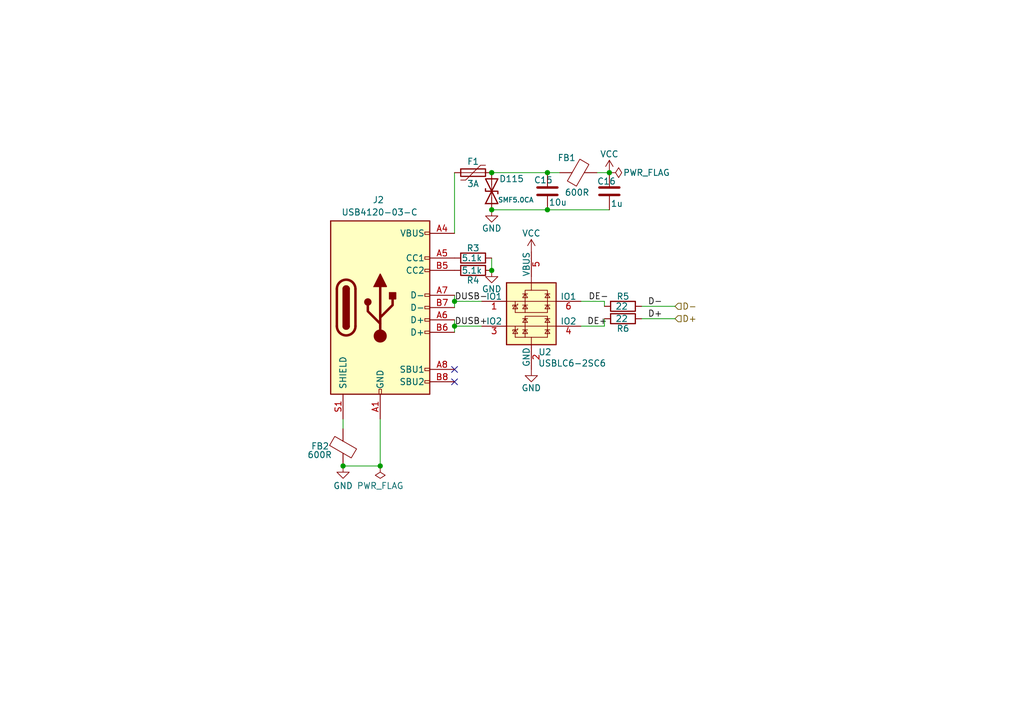
<source format=kicad_sch>
(kicad_sch (version 20210621) (generator eeschema)
  (paper "A5")
  (title_block (title "USB") (date "2021-11-01") (rev "1.0") (company "0xCB") (comment 1 "Conor Burns"))
  (lib_symbols
    (symbol "0xcb:USBLC6-2SC6" (pin_names (offset 0))
      (property "Reference" "U" (at -7.62 8.89 0))
      (property "Value" "USBLC6-2SC6" (at 7.62 7.62 0))
      (symbol "USBLC6-2SC6_0_1"
        (rectangle (start -5.08 -6.35) (end 5.08 6.35) (stroke (width 0.254)) (fill (type background)))
        (polyline (pts (xy -5.08 -2.54) (xy 5.08 -2.54)))
        (polyline (pts (xy 5.08 2.54) (xy -5.08 2.54)))
      )
      (symbol "USBLC6-2SC6_1_1"
        (polyline (pts (xy 0 4.826) (xy 0 7.62)))
        (polyline (pts (xy -3.302 -4.826) (xy -1.27 -4.826) (xy -1.27 -4.826)))
        (polyline (pts (xy -3.302 -3.302) (xy -3.302 -2.54) (xy -3.302 -2.54)))
        (polyline (pts (xy -3.302 0.254) (xy -3.302 1.778) (xy -3.302 1.016)))
        (polyline (pts (xy -3.302 0.254) (xy -1.27 0.254) (xy -1.27 0.254)))
        (polyline (pts (xy -3.302 1.778) (xy -3.302 2.54) (xy -3.302 2.54)))
        (polyline (pts (xy -1.778 -3.302) (xy -1.27 -3.302) (xy -0.762 -3.302)))
        (polyline (pts (xy -1.778 -1.016) (xy -1.27 -1.016) (xy -0.762 -1.016)))
        (polyline (pts (xy -1.778 1.778) (xy -1.27 1.778) (xy -0.762 1.778)))
        (polyline (pts (xy -1.778 4.064) (xy -1.27 4.064) (xy -0.762 4.064)))
        (polyline (pts (xy -1.27 -4.826) (xy -1.27 -3.302) (xy -1.27 -4.064)))
        (polyline (pts (xy -1.27 -4.826) (xy 3.302 -4.826) (xy 3.302 -4.826)))
        (polyline (pts (xy -1.27 -1.016) (xy -1.27 -0.508) (xy -1.27 -0.508)))
        (polyline (pts (xy -1.27 -0.508) (xy 3.302 -0.508) (xy 3.302 -0.508)))
        (polyline (pts (xy -1.27 0.254) (xy -1.27 1.778) (xy -1.27 1.016)))
        (polyline (pts (xy -1.27 0.254) (xy 3.302 0.254) (xy 3.302 0.254)))
        (polyline (pts (xy 0 -6.35) (xy 0 -4.826) (xy 0 -4.826)))
        (polyline (pts (xy 2.794 -3.302) (xy 3.302 -3.302) (xy 3.81 -3.302)))
        (polyline (pts (xy 2.794 -1.016) (xy 3.302 -1.016) (xy 3.81 -1.016)))
        (polyline (pts (xy 2.794 1.778) (xy 3.302 1.778) (xy 3.81 1.778)))
        (polyline (pts (xy 2.794 4.064) (xy 3.302 4.064) (xy 3.81 4.064)))
        (polyline (pts (xy 3.302 -1.016) (xy 3.302 -0.508) (xy 3.302 -0.508)))
        (polyline (pts (xy -3.302 -4.826) (xy -3.302 -3.302) (xy -3.302 -4.064) (xy -3.302 -4.064)))
        (polyline (pts (xy 3.302 -4.826) (xy 3.302 -3.302) (xy 3.302 -4.064) (xy 3.302 -4.064)))
        (polyline (pts (xy 3.302 0.254) (xy 3.302 1.778) (xy 3.302 1.016) (xy 3.302 1.016)))
        (polyline (pts (xy -3.302 -3.302) (xy -3.81 -4.064) (xy -2.794 -4.064) (xy -3.302 -3.302) (xy -3.302 -3.302)))
        (polyline (pts (xy -3.302 1.778) (xy -3.81 1.016) (xy -2.794 1.016) (xy -3.302 1.778) (xy -3.302 1.778)))
        (polyline (pts (xy -2.794 -3.048) (xy -2.794 -3.302) (xy -3.81 -3.302) (xy -3.81 -3.556) (xy -3.81 -3.556)))
        (polyline (pts (xy -2.794 2.032) (xy -2.794 1.778) (xy -3.81 1.778) (xy -3.81 1.524) (xy -3.81 1.524)))
        (polyline (pts (xy -1.27 -3.302) (xy -1.778 -4.064) (xy -0.762 -4.064) (xy -1.27 -3.302) (xy -1.27 -3.302)))
        (polyline (pts (xy -1.27 -3.302) (xy -1.27 -1.016) (xy -1.27 -1.778) (xy -1.27 -1.778) (xy -1.27 -1.778)))
        (polyline (pts (xy -1.27 -1.016) (xy -1.778 -1.778) (xy -0.762 -1.778) (xy -1.27 -1.016) (xy -1.27 -1.016)))
        (polyline (pts (xy -1.27 1.778) (xy -1.778 1.016) (xy -0.762 1.016) (xy -1.27 1.778) (xy -1.27 1.778)))
        (polyline (pts (xy -1.27 1.778) (xy -1.27 4.064) (xy -1.27 3.302) (xy -1.27 3.302) (xy -1.27 3.302)))
        (polyline (pts (xy -1.27 4.064) (xy -1.778 3.302) (xy -0.762 3.302) (xy -1.27 4.064) (xy -1.27 4.064)))
        (polyline (pts (xy -1.27 4.064) (xy -1.27 4.826) (xy 3.302 4.826) (xy 3.302 4.064) (xy 3.302 4.064)))
        (polyline (pts (xy 3.302 -3.302) (xy 2.794 -4.064) (xy 3.81 -4.064) (xy 3.302 -3.302) (xy 3.302 -3.302)))
        (polyline (pts (xy 3.302 -3.302) (xy 3.302 -1.016) (xy 3.302 -1.778) (xy 3.302 -1.778) (xy 3.302 -1.778)))
        (polyline (pts (xy 3.302 -1.016) (xy 2.794 -1.778) (xy 3.81 -1.778) (xy 3.302 -1.016) (xy 3.302 -1.016)))
        (polyline (pts (xy 3.302 1.778) (xy 2.794 1.016) (xy 3.81 1.016) (xy 3.302 1.778) (xy 3.302 1.778)))
        (polyline (pts (xy 3.302 1.778) (xy 3.302 4.064) (xy 3.302 3.302) (xy 3.302 3.302) (xy 3.302 3.302)))
        (polyline (pts (xy 3.302 4.064) (xy 2.794 3.302) (xy 3.81 3.302) (xy 3.302 4.064) (xy 3.302 4.064)))
        (pin passive line (at -10.16 2.54 0) (length 5.08) (name "IO1") (number "1"))
        (pin passive line (at 0 -11.43 90) (length 5.08) (name "GND") (number "2"))
        (pin passive line (at -10.16 -2.54 0) (length 5.08) (name "IO2") (number "3"))
        (pin passive line (at 10.16 -2.54 180) (length 5.08) (name "IO2") (number "4"))
        (pin passive line (at 0 12.7 270) (length 5.08) (name "VBUS") (number "5"))
        (pin passive line (at 10.16 2.54 180) (length 5.08) (name "IO1") (number "6"))
      )
    )
    (symbol "Connector:USB_C_Receptacle_USB2.0" (pin_names (offset 1.016))
      (property "Reference" "J" (at -10.16 19.05 0))
      (property "Value" "USB_C_Receptacle_USB2.0" (at 19.05 19.05 0))
      (symbol "USB_C_Receptacle_USB2.0_0_0"
        (rectangle (start -0.254 -17.78) (end 0.254 -16.764))
        (rectangle (start 10.16 -14.986) (end 9.144 -15.494))
        (rectangle (start 10.16 -12.446) (end 9.144 -12.954))
        (rectangle (start 10.16 -4.826) (end 9.144 -5.334))
        (rectangle (start 10.16 -2.286) (end 9.144 -2.794))
        (rectangle (start 10.16 0.254) (end 9.144 -0.254))
        (rectangle (start 10.16 2.794) (end 9.144 2.286))
        (rectangle (start 10.16 7.874) (end 9.144 7.366))
        (rectangle (start 10.16 10.414) (end 9.144 9.906))
        (rectangle (start 10.16 15.494) (end 9.144 14.986))
      )
      (symbol "USB_C_Receptacle_USB2.0_0_1"
        (rectangle (start -10.16 17.78) (end 10.16 -17.78) (stroke (width 0.254)) (fill (type background)))
        (arc (start -8.89 -3.81) (mid -6.985 -5.715) (end -5.08 -3.81) (stroke (width 0.508)))
        (arc (start -7.62 -3.81) (mid -6.985 -4.445) (end -6.35 -3.81) (stroke (width 0.254)))
        (arc (start -7.62 -3.81) (mid -6.985 -4.445) (end -6.35 -3.81) (stroke (width 0.254)) (fill (type outline)))
        (rectangle (start -7.62 -3.81) (end -6.35 3.81) (stroke (width 0.254)) (fill (type outline)))
        (arc (start -6.35 3.81) (mid -6.985 4.445) (end -7.62 3.81) (stroke (width 0.254)))
        (arc (start -6.35 3.81) (mid -6.985 4.445) (end -7.62 3.81) (stroke (width 0.254)) (fill (type outline)))
        (arc (start -5.08 3.81) (mid -6.985 5.715) (end -8.89 3.81) (stroke (width 0.508)))
        (circle (center -2.54 1.143) (radius 0.635) (stroke (width 0.254)) (stroke (width 0.254)) (fill (type outline)))
        (circle (center 0 -5.842) (radius 1.27) (fill (type outline)))
        (polyline (pts (xy -8.89 -3.81) (xy -8.89 3.81)) (stroke (width 0.508)))
        (polyline (pts (xy -5.08 3.81) (xy -5.08 -3.81)) (stroke (width 0.508)))
        (polyline (pts (xy 0 -5.842) (xy 0 4.318)) (stroke (width 0.508)))
        (polyline (pts (xy 0 -3.302) (xy -2.54 -0.762) (xy -2.54 0.508)) (stroke (width 0.508)))
        (polyline (pts (xy 0 -2.032) (xy 2.54 0.508) (xy 2.54 1.778)) (stroke (width 0.508)))
        (polyline (pts (xy -1.27 4.318) (xy 0 6.858) (xy 1.27 4.318) (xy -1.27 4.318)) (stroke (width 0.254)) (fill (type outline)))
        (rectangle (start 1.905 1.778) (end 3.175 3.048) (stroke (width 0.254)) (fill (type outline)))
      )
      (symbol "USB_C_Receptacle_USB2.0_1_1"
        (pin passive line (at 0 -22.86 90) (length 5.08) (name "GND") (number "A1"))
        (pin passive line (at 0 -22.86 90) (length 5.08) hide (name "GND") (number "A12"))
        (pin passive line (at 15.24 15.24 180) (length 5.08) (name "VBUS") (number "A4"))
        (pin bidirectional line (at 15.24 10.16 180) (length 5.08) (name "CC1") (number "A5"))
        (pin bidirectional line (at 15.24 -2.54 180) (length 5.08) (name "D+") (number "A6"))
        (pin bidirectional line (at 15.24 2.54 180) (length 5.08) (name "D-") (number "A7"))
        (pin bidirectional line (at 15.24 -12.7 180) (length 5.08) (name "SBU1") (number "A8"))
        (pin passive line (at 15.24 15.24 180) (length 5.08) hide (name "VBUS") (number "A9"))
        (pin passive line (at 0 -22.86 90) (length 5.08) hide (name "GND") (number "B1"))
        (pin passive line (at 0 -22.86 90) (length 5.08) hide (name "GND") (number "B12"))
        (pin passive line (at 15.24 15.24 180) (length 5.08) hide (name "VBUS") (number "B4"))
        (pin bidirectional line (at 15.24 7.62 180) (length 5.08) (name "CC2") (number "B5"))
        (pin bidirectional line (at 15.24 -5.08 180) (length 5.08) (name "D+") (number "B6"))
        (pin bidirectional line (at 15.24 0 180) (length 5.08) (name "D-") (number "B7"))
        (pin bidirectional line (at 15.24 -15.24 180) (length 5.08) (name "SBU2") (number "B8"))
        (pin passive line (at 15.24 15.24 180) (length 5.08) hide (name "VBUS") (number "B9"))
        (pin passive line (at -7.62 -22.86 90) (length 5.08) (name "SHIELD") (number "S1"))
      )
    )
    (symbol "Device:C" (pin_numbers hide) (pin_names (offset 0.254))
      (property "Reference" "C" (at 0.635 2.54 0))
      (property "Value" "C" (at 0.635 -2.54 0))
      (symbol "C_0_1"
        (polyline (pts (xy -2.032 -0.762) (xy 2.032 -0.762)) (stroke (width 0.508)))
        (polyline (pts (xy -2.032 0.762) (xy 2.032 0.762)) (stroke (width 0.508)))
      )
      (symbol "C_1_1"
        (pin passive line (at 0 3.81 270) (length 2.794) (name "~") (number "1"))
        (pin passive line (at 0 -3.81 90) (length 2.794) (name "~") (number "2"))
      )
    )
    (symbol "Device:D_TVS" (pin_numbers hide) (pin_names (offset 1.016) hide)
      (property "Reference" "D" (at 0 2.54 0))
      (property "Value" "D_TVS" (at 0 -2.54 0))
      (symbol "D_TVS_0_1"
        (polyline (pts (xy 1.27 0) (xy -1.27 0)))
        (polyline (pts (xy 0.508 1.27) (xy 0 1.27) (xy 0 -1.27) (xy -0.508 -1.27)) (stroke (width 0.254)))
        (polyline (pts (xy -2.54 1.27) (xy -2.54 -1.27) (xy 2.54 1.27) (xy 2.54 -1.27) (xy -2.54 1.27)) (stroke (width 0.254)))
      )
      (symbol "D_TVS_1_1"
        (pin passive line (at -3.81 0 0) (length 2.54) (name "A1") (number "1"))
        (pin passive line (at 3.81 0 180) (length 2.54) (name "A2") (number "2"))
      )
    )
    (symbol "Device:FerriteBead" (pin_numbers hide) (pin_names (offset 0))
      (property "Reference" "FB" (at -3.81 0.635 90))
      (property "Value" "FerriteBead" (at 3.81 0 90))
      (symbol "FerriteBead_0_1"
        (polyline (pts (xy 0 -1.27) (xy 0 -1.2192)))
        (polyline (pts (xy 0 1.27) (xy 0 1.2954)))
        (polyline (pts (xy -2.7686 0.4064) (xy -1.7018 2.2606) (xy 2.7686 -0.3048) (xy 1.6764 -2.159) (xy -2.7686 0.4064)))
      )
      (symbol "FerriteBead_1_1"
        (pin passive line (at 0 3.81 270) (length 2.54) (name "~") (number "1"))
        (pin passive line (at 0 -3.81 90) (length 2.54) (name "~") (number "2"))
      )
    )
    (symbol "Device:Polyfuse" (pin_numbers hide) (pin_names (offset 0))
      (property "Reference" "F" (at -2.54 0 90))
      (property "Value" "Polyfuse" (at 2.54 0 90))
      (symbol "Polyfuse_0_1"
        (rectangle (start -0.762 2.54) (end 0.762 -2.54) (stroke (width 0.254)))
        (polyline (pts (xy 0 2.54) (xy 0 -2.54)))
        (polyline (pts (xy -1.524 2.54) (xy -1.524 1.524) (xy 1.524 -1.524) (xy 1.524 -2.54)))
      )
      (symbol "Polyfuse_1_1"
        (pin passive line (at 0 3.81 270) (length 1.27) (name "~") (number "1"))
        (pin passive line (at 0 -3.81 90) (length 1.27) (name "~") (number "2"))
      )
    )
    (symbol "Device:R" (pin_numbers hide) (pin_names (offset 0))
      (property "Reference" "R" (at 2.032 0 90))
      (property "Value" "R" (at 0 0 90))
      (symbol "R_0_1"
        (rectangle (start -1.016 -2.54) (end 1.016 2.54) (stroke (width 0.254)))
      )
      (symbol "R_1_1"
        (pin passive line (at 0 3.81 270) (length 1.27) (name "~") (number "1"))
        (pin passive line (at 0 -3.81 90) (length 1.27) (name "~") (number "2"))
      )
    )
    (symbol "power:GND" (power) (pin_names (offset 0))
      (property "Value" "GND" (at 0 -3.81 0))
      (symbol "GND_0_1"
        (polyline (pts (xy 0 0) (xy 0 -1.27) (xy 1.27 -1.27) (xy 0 -2.54) (xy -1.27 -1.27) (xy 0 -1.27)))
      )
      (symbol "GND_1_1"
        (pin power_in line (at 0 0 270) (length 0) hide (name "GND") (number "1"))
      )
    )
    (symbol "power:PWR_FLAG" (power) (pin_numbers hide) (pin_names (offset 0) hide)
      (property "Value" "PWR_FLAG" (at 0 3.81 0))
      (symbol "PWR_FLAG_0_0"
        (pin power_out line (at 0 0 90) (length 0) (name "pwr") (number "1"))
      )
      (symbol "PWR_FLAG_0_1"
        (polyline (pts (xy 0 0) (xy 0 1.27) (xy -1.016 1.905) (xy 0 2.54) (xy 1.016 1.905) (xy 0 1.27)))
      )
    )
    (symbol "power:VCC" (power) (pin_names (offset 0))
      (property "Value" "VCC" (at 0 3.81 0))
      (symbol "VCC_0_1"
        (polyline (pts (xy -0.762 1.27) (xy 0 2.54)))
        (polyline (pts (xy 0 0) (xy 0 2.54)))
        (polyline (pts (xy 0 2.54) (xy 0.762 1.27)))
      )
      (symbol "VCC_1_1"
        (pin power_in line (at 0 0 90) (length 0) hide (name "VCC") (number "1"))
      )
    )
  )
  (junction (at 70.358 95.631))
  (junction (at 77.978 95.631))
  (junction (at 93.218 61.849))
  (junction (at 93.218 66.929))
  (junction (at 100.838 35.433))
  (junction (at 100.838 43.053))
  (junction (at 100.838 55.499))
  (junction (at 112.268 35.433))
  (junction (at 112.268 43.053))
  (junction (at 124.968 35.433))
  (no_connect (at 93.218 75.819))
  (no_connect (at 93.218 78.359))
  (wire (pts (xy 70.358 85.979) (xy 70.358 88.011)))
  (wire (pts (xy 70.358 95.631) (xy 77.978 95.631)))
  (wire (pts (xy 77.978 85.979) (xy 77.978 95.631)))
  (wire (pts (xy 93.218 35.433) (xy 93.218 47.879)))
  (wire (pts (xy 93.218 60.579) (xy 93.218 61.849)))
  (wire (pts (xy 93.218 61.849) (xy 93.218 63.119)))
  (wire (pts (xy 93.218 65.659) (xy 93.218 66.929)))
  (wire (pts (xy 93.218 66.929) (xy 93.218 68.199)))
  (wire (pts (xy 98.806 61.849) (xy 93.218 61.849)))
  (wire (pts (xy 98.806 66.929) (xy 93.218 66.929)))
  (wire (pts (xy 100.838 35.433) (xy 112.268 35.433)))
  (wire (pts (xy 100.838 43.053) (xy 112.268 43.053)))
  (wire (pts (xy 100.838 52.959) (xy 100.838 55.499)))
  (wire (pts (xy 112.268 43.053) (xy 124.968 43.053)))
  (wire (pts (xy 114.808 35.433) (xy 112.268 35.433)))
  (wire (pts (xy 119.126 61.849) (xy 123.952 61.849)))
  (wire (pts (xy 119.126 66.929) (xy 123.952 66.929)))
  (wire (pts (xy 122.428 35.433) (xy 124.968 35.433)))
  (wire (pts (xy 123.952 61.849) (xy 123.952 62.865)))
  (wire (pts (xy 123.952 65.405) (xy 123.952 66.929)))
  (wire (pts (xy 138.43 62.865) (xy 131.572 62.865)))
  (wire (pts (xy 138.43 65.405) (xy 131.572 65.405)))
  (label "DUSB-" (at 93.218 61.849 0))
  (label "DUSB+" (at 93.218 66.929 0))
  (label "DE+" (at 120.396 66.929 0))
  (label "DE-" (at 120.65 61.849 0))
  (label "D-" (at 132.842 62.865 0))
  (label "D+" (at 132.842 65.405 0))
  (hierarchical_label "D-" (shape input) (at 138.43 62.865 0))
  (hierarchical_label "D+" (shape input) (at 138.43 65.405 0))
  (symbol (lib_id "power:VCC") (at 108.966 51.689 0) (unit 1)
    (property "Reference" "#PWR023" (effects hide))
    (property "Value" "VCC" (at 108.966 47.879 0))
  )
  (symbol (lib_id "power:VCC") (at 124.968 35.433 0) (unit 1)
    (property "Reference" "#PWR021" (effects hide))
    (property "Value" "VCC" (at 124.968 31.623 0))
  )
  (symbol (lib_id "power:PWR_FLAG") (at 77.978 95.631 180) (unit 1)
    (property "Reference" "#FLG02" (effects hide))
    (property "Value" "PWR_FLAG" (at 77.978 99.695 0))
  )
  (symbol (lib_id "power:PWR_FLAG") (at 124.968 35.433 270) (unit 1)
    (property "Reference" "#FLG01" (effects hide))
    (property "Value" "PWR_FLAG" (at 132.588 35.433 90))
  )
  (symbol (lib_id "power:GND") (at 70.358 95.631 0) (unit 1)
    (property "Reference" "#PWR026" (effects hide))
    (property "Value" "GND" (at 70.358 99.695 0))
  )
  (symbol (lib_id "power:GND") (at 100.838 43.053 0) (unit 1)
    (property "Reference" "#PWR022" (effects hide))
    (property "Value" "GND" (at 100.838 46.863 0))
  )
  (symbol (lib_id "power:GND") (at 100.838 55.499 0) (unit 1)
    (property "Reference" "#PWR024" (effects hide))
    (property "Value" "GND" (at 100.838 59.309 0))
  )
  (symbol (lib_id "power:GND") (at 108.966 75.819 0) (unit 1)
    (property "Reference" "#PWR025" (effects hide))
    (property "Value" "GND" (at 108.966 79.629 0))
  )
  (symbol (lib_id "Device:R") (at 97.028 52.959 90) (unit 1)
    (property "Reference" "R3" (at 97.028 50.927 90))
    (property "Value" "5.1k" (at 96.774 52.959 90))
    (property "Footprint" "Resistor_SMD:R_0603_1608Metric" (effects hide))
  )
  (symbol (lib_id "Device:R") (at 97.028 55.499 90) (unit 1)
    (property "Reference" "R4" (at 97.028 57.531 90))
    (property "Value" "5.1k" (at 96.774 55.499 90))
    (property "Footprint" "Resistor_SMD:R_0603_1608Metric" (effects hide))
  )
  (symbol (lib_id "Device:R") (at 127.762 62.865 90) (unit 1)
    (property "Reference" "R5" (at 127.762 60.833 90))
    (property "Value" "22" (at 127.508 62.865 90))
    (property "Footprint" "Resistor_SMD:R_0603_1608Metric" (effects hide))
  )
  (symbol (lib_id "Device:R") (at 127.762 65.405 90) (unit 1)
    (property "Reference" "R6" (at 127.762 67.437 90))
    (property "Value" "22" (at 127.508 65.405 90))
    (property "Footprint" "Resistor_SMD:R_0603_1608Metric" (effects hide))
  )
  (symbol (lib_id "Device:D_TVS") (at 100.838 39.243 90) (unit 1)
    (property "Reference" "D115" (at 102.362 36.7029 90) (effects (justify right)))
    (property "Value" "SMF5.0CA" (at 102.108 41.0209 90) (effects (font (size 1 1)) (justify right)))
    (property "Footprint" "Diode_SMD:D_SOD-123F" (effects hide))
  )
  (symbol (lib_id "Device:Polyfuse") (at 97.028 35.433 90) (unit 1)
    (property "Reference" "F1" (at 97.028 33.147 90))
    (property "Value" "3A" (at 97.028 37.719 90))
    (property "Footprint" "0xcb:Fuse_0805_2012Metric" (effects hide))
  )
  (symbol (lib_id "Device:C") (at 112.268 39.243 0) (unit 1)
    (property "Reference" "C15" (at 109.474 36.9569 0) (effects (justify left)))
    (property "Value" "10u" (at 112.522 41.5289 0) (effects (justify left)))
    (property "Footprint" "Capacitor_SMD:C_0603_1608Metric" (effects hide))
  )
  (symbol (lib_id "Device:C") (at 124.968 39.243 0) (unit 1)
    (property "Reference" "C16" (at 122.428 37.2109 0) (effects (justify left)))
    (property "Value" "1u" (at 125.222 41.7829 0) (effects (justify left)))
    (property "Footprint" "Capacitor_SMD:C_0603_1608Metric" (effects hide))
  )
  (symbol (lib_id "Device:FerriteBead") (at 70.358 91.821 0) (unit 1)
    (property "Reference" "FB2" (at 63.754 91.5669 0) (effects (justify left)))
    (property "Value" "600R" (at 62.992 93.3449 0) (effects (justify left)))
    (property "Footprint" "0xcb:Ferrite_Bead_0603" (effects hide))
  )
  (symbol (lib_id "Device:FerriteBead") (at 118.618 35.433 90) (unit 1)
    (property "Reference" "FB1" (at 118.1099 32.385 90) (effects (justify left)))
    (property "Value" "600R" (at 120.9039 39.497 90) (effects (justify left)))
    (property "Footprint" "0xcb:Ferrite_Bead_0603" (effects hide))
  )
  (symbol (lib_id "0xcb:USBLC6-2SC6") (at 108.966 64.389 0) (unit 1)
    (property "Reference" "U2" (at 111.76 72.263 0))
    (property "Value" "USBLC6-2SC6" (at 117.348 74.549 0))
    (property "Footprint" "Package_TO_SOT_SMD:SOT-23-6" (effects hide))
    (property "Datasheet" "http://www2.st.com/resource/en/datasheet/CD00050750.pdf" (effects hide))
  )
  (symbol (lib_id "Connector:USB_C_Receptacle_USB2.0") (at 77.978 63.119 0) (unit 1)
    (property "Reference" "J2" (at 77.597 41.021 0))
    (property "Value" "USB4120-03-C" (at 77.851 43.561 0))
    (property "Footprint" "0xcb:MOLEX_2130830005" (effects hide))
    (property "Datasheet" "https://www.usb.org/sites/default/files/documents/usb_type-c.zip" (effects hide))
  )
)
</source>
